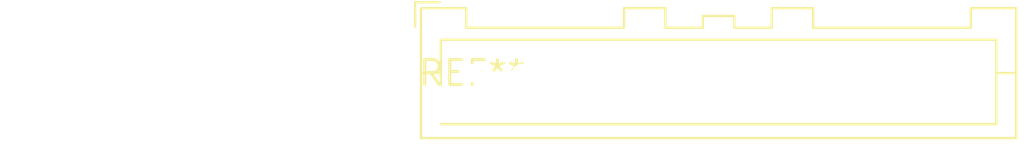
<source format=kicad_pcb>
(kicad_pcb (version 20240108) (generator pcbnew)
  (layers (0 "F.Cu" signal) (31 "B.Cu" signal) (34 "B.Paste" user) (35 "F.Paste" user) (36 "B.SilkS" user "B.Silkscreen") (37 "F.SilkS" user "F.Silkscreen") (38 "B.Mask" user) (39 "F.Mask" user) (44 "Edge.Cuts" user))
  (net 0 "")
  (footprint "JST_XA_B11B-XASK-1-A_1x11_P2.50mm_Vertical" (layer "F.Cu") (at 0 0)
    (property "Reference" "REF**")
    (property "Value" "JST_XA_B11B-XASK-1-A_1x11_P2.50mm_Vertical")
    (fp_line (start -2.91 -3.61) (end -2.91 -2.36) (layer "F.SilkS") (stroke (width 0.12)))
    (fp_line (start -2.61 -3.31) (end -2.61 3.31) (layer "F.SilkS") (stroke (width 0.12)))
    (fp_line (start -2.61 0) (end -1.6 0) (layer "F.SilkS") (stroke (width 0.12)))
    (fp_line (start -2.61 3.31) (end 27.61 3.31) (layer "F.SilkS") (stroke (width 0.12)))
    (fp_line (start -1.66 -3.61) (end -2.91 -3.61) (layer "F.SilkS") (stroke (width 0.12)))
    (fp_line (start -1.6 -1.7) (end 26.6 -1.7) (layer "F.SilkS") (stroke (width 0.12)))
    (fp_line (start -1.6 0.6) (end -1.6 -1.7) (layer "F.SilkS") (stroke (width 0.12)))
    (fp_line (start -0.31 -3.31) (end -2.61 -3.31) (layer "F.SilkS") (stroke (width 0.12)))
    (fp_line (start -0.31 -2.31) (end -0.31 -3.31) (layer "F.SilkS") (stroke (width 0.12)))
    (fp_line (start 7.7 -3.31) (end 7.7 -2.31) (layer "F.SilkS") (stroke (width 0.12)))
    (fp_line (start 7.7 -2.31) (end -0.31 -2.31) (layer "F.SilkS") (stroke (width 0.12)))
    (fp_line (start 9.8 -3.31) (end 7.7 -3.31) (layer "F.SilkS") (stroke (width 0.12)))
    (fp_line (start 9.8 -2.31) (end 9.8 -3.31) (layer "F.SilkS") (stroke (width 0.12)))
    (fp_line (start 11.7 -2.91) (end 11.7 -2.31) (layer "F.SilkS") (stroke (width 0.12)))
    (fp_line (start 11.7 -2.31) (end 9.8 -2.31) (layer "F.SilkS") (stroke (width 0.12)))
    (fp_line (start 13.3 -2.91) (end 11.7 -2.91) (layer "F.SilkS") (stroke (width 0.12)))
    (fp_line (start 13.3 -2.31) (end 13.3 -2.91) (layer "F.SilkS") (stroke (width 0.12)))
    (fp_line (start 15.2 -3.31) (end 15.2 -2.31) (layer "F.SilkS") (stroke (width 0.12)))
    (fp_line (start 15.2 -2.31) (end 13.3 -2.31) (layer "F.SilkS") (stroke (width 0.12)))
    (fp_line (start 17.3 -3.31) (end 15.2 -3.31) (layer "F.SilkS") (stroke (width 0.12)))
    (fp_line (start 17.3 -2.31) (end 17.3 -3.31) (layer "F.SilkS") (stroke (width 0.12)))
    (fp_line (start 25.31 -3.31) (end 25.31 -2.31) (layer "F.SilkS") (stroke (width 0.12)))
    (fp_line (start 25.31 -2.31) (end 17.3 -2.31) (layer "F.SilkS") (stroke (width 0.12)))
    (fp_line (start 26.6 -1.7) (end 26.6 2.6) (layer "F.SilkS") (stroke (width 0.12)))
    (fp_line (start 26.6 2.6) (end -1.6 2.6) (layer "F.SilkS") (stroke (width 0.12)))
    (fp_line (start 27.61 -3.31) (end 25.31 -3.31) (layer "F.SilkS") (stroke (width 0.12)))
    (fp_line (start 27.61 0) (end 26.6 0) (layer "F.SilkS") (stroke (width 0.12)))
    (fp_line (start 27.61 3.31) (end 27.61 -3.31) (layer "F.SilkS") (stroke (width 0.12)))
    (pad "" np_thru_hole circle (at -1.6 1.6) (size 1.25 1.25) (drill 1.25) (layers *.Cu *.Mask))
    (pad "1" thru_hole roundrect (at 0 0) (size 1.7 1.95) (drill 0.95) (layers *.Cu *.Mask) (remove_unused_layers) (roundrect_rratio 0.147059))
    (pad "2" thru_hole oval (at 2.5 0) (size 1.7 1.95) (drill 0.95) (layers *.Cu *.Mask) (remove_unused_layers))
    (pad "3" thru_hole oval (at 5 0) (size 1.7 1.95) (drill 0.95) (layers *.Cu *.Mask) (remove_unused_layers))
    (pad "4" thru_hole oval (at 7.5 0) (size 1.7 1.95) (drill 0.95) (layers *.Cu *.Mask) (remove_unused_layers))
    (pad "5" thru_hole oval (at 10 0) (size 1.7 1.95) (drill 0.95) (layers *.Cu *.Mask) (remove_unused_layers))
    (pad "6" thru_hole oval (at 12.5 0) (size 1.7 1.95) (drill 0.95) (layers *.Cu *.Mask) (remove_unused_layers))
    (pad "7" thru_hole oval (at 15 0) (size 1.7 1.95) (drill 0.95) (layers *.Cu *.Mask) (remove_unused_layers))
    (pad "8" thru_hole oval (at 17.5 0) (size 1.7 1.95) (drill 0.95) (layers *.Cu *.Mask) (remove_unused_layers))
    (pad "9" thru_hole oval (at 20 0) (size 1.7 1.95) (drill 0.95) (layers *.Cu *.Mask) (remove_unused_layers))
    (pad "10" thru_hole oval (at 22.5 0) (size 1.7 1.95) (drill 0.95) (layers *.Cu *.Mask) (remove_unused_layers))
    (pad "11" thru_hole oval (at 25 0) (size 1.7 1.95) (drill 0.95) (layers *.Cu *.Mask) (remove_unused_layers))
  )
)
</source>
